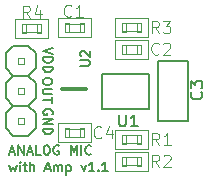
<source format=gto>
G04 #@! TF.GenerationSoftware,KiCad,Pcbnew,(5.0.2)-1*
G04 #@! TF.CreationDate,2019-02-23T10:33:44+09:00*
G04 #@! TF.ProjectId,SPU0410LR5H,53505530-3431-4304-9c52-35482e6b6963,v1.1*
G04 #@! TF.SameCoordinates,Original*
G04 #@! TF.FileFunction,Legend,Top*
G04 #@! TF.FilePolarity,Positive*
%FSLAX46Y46*%
G04 Gerber Fmt 4.6, Leading zero omitted, Abs format (unit mm)*
G04 Created by KiCad (PCBNEW (5.0.2)-1) date 2019/02/23 10:33:44*
%MOMM*%
%LPD*%
G01*
G04 APERTURE LIST*
%ADD10C,0.200000*%
%ADD11C,0.066040*%
%ADD12C,0.152400*%
%ADD13C,0.150000*%
%ADD14C,0.101600*%
%ADD15C,0.180000*%
%ADD16C,0.350000*%
%ADD17C,0.076200*%
G04 APERTURE END LIST*
D10*
X144570000Y-113440476D02*
X144608095Y-113364285D01*
X144608095Y-113250000D01*
X144570000Y-113135714D01*
X144493809Y-113059523D01*
X144417619Y-113021428D01*
X144265238Y-112983333D01*
X144150952Y-112983333D01*
X143998571Y-113021428D01*
X143922380Y-113059523D01*
X143846190Y-113135714D01*
X143808095Y-113250000D01*
X143808095Y-113326190D01*
X143846190Y-113440476D01*
X143884285Y-113478571D01*
X144150952Y-113478571D01*
X144150952Y-113326190D01*
X143808095Y-113821428D02*
X144608095Y-113821428D01*
X143808095Y-114278571D01*
X144608095Y-114278571D01*
X143808095Y-114659523D02*
X144608095Y-114659523D01*
X144608095Y-114850000D01*
X144570000Y-114964285D01*
X144493809Y-115040476D01*
X144417619Y-115078571D01*
X144265238Y-115116666D01*
X144150952Y-115116666D01*
X143998571Y-115078571D01*
X143922380Y-115040476D01*
X143846190Y-114964285D01*
X143808095Y-114850000D01*
X143808095Y-114659523D01*
X144578095Y-110570000D02*
X144578095Y-110722380D01*
X144540000Y-110798571D01*
X144463809Y-110874761D01*
X144311428Y-110912857D01*
X144044761Y-110912857D01*
X143892380Y-110874761D01*
X143816190Y-110798571D01*
X143778095Y-110722380D01*
X143778095Y-110570000D01*
X143816190Y-110493809D01*
X143892380Y-110417619D01*
X144044761Y-110379523D01*
X144311428Y-110379523D01*
X144463809Y-110417619D01*
X144540000Y-110493809D01*
X144578095Y-110570000D01*
X144578095Y-111255714D02*
X143930476Y-111255714D01*
X143854285Y-111293809D01*
X143816190Y-111331904D01*
X143778095Y-111408095D01*
X143778095Y-111560476D01*
X143816190Y-111636666D01*
X143854285Y-111674761D01*
X143930476Y-111712857D01*
X144578095Y-111712857D01*
X144578095Y-111979523D02*
X144578095Y-112436666D01*
X143778095Y-112208095D02*
X144578095Y-112208095D01*
X144608095Y-107813333D02*
X143808095Y-108080000D01*
X144608095Y-108346666D01*
X143808095Y-108613333D02*
X144608095Y-108613333D01*
X144608095Y-108803809D01*
X144570000Y-108918095D01*
X144493809Y-108994285D01*
X144417619Y-109032380D01*
X144265238Y-109070476D01*
X144150952Y-109070476D01*
X143998571Y-109032380D01*
X143922380Y-108994285D01*
X143846190Y-108918095D01*
X143808095Y-108803809D01*
X143808095Y-108613333D01*
X143808095Y-109413333D02*
X144608095Y-109413333D01*
X144608095Y-109603809D01*
X144570000Y-109718095D01*
X144493809Y-109794285D01*
X144417619Y-109832380D01*
X144265238Y-109870476D01*
X144150952Y-109870476D01*
X143998571Y-109832380D01*
X143922380Y-109794285D01*
X143846190Y-109718095D01*
X143808095Y-109603809D01*
X143808095Y-109413333D01*
X140982380Y-116633333D02*
X141363333Y-116633333D01*
X140906190Y-116861904D02*
X141172857Y-116061904D01*
X141439523Y-116861904D01*
X141706190Y-116861904D02*
X141706190Y-116061904D01*
X142163333Y-116861904D01*
X142163333Y-116061904D01*
X142506190Y-116633333D02*
X142887142Y-116633333D01*
X142430000Y-116861904D02*
X142696666Y-116061904D01*
X142963333Y-116861904D01*
X143610952Y-116861904D02*
X143230000Y-116861904D01*
X143230000Y-116061904D01*
X144030000Y-116061904D02*
X144182380Y-116061904D01*
X144258571Y-116100000D01*
X144334761Y-116176190D01*
X144372857Y-116328571D01*
X144372857Y-116595238D01*
X144334761Y-116747619D01*
X144258571Y-116823809D01*
X144182380Y-116861904D01*
X144030000Y-116861904D01*
X143953809Y-116823809D01*
X143877619Y-116747619D01*
X143839523Y-116595238D01*
X143839523Y-116328571D01*
X143877619Y-116176190D01*
X143953809Y-116100000D01*
X144030000Y-116061904D01*
X145134761Y-116100000D02*
X145058571Y-116061904D01*
X144944285Y-116061904D01*
X144830000Y-116100000D01*
X144753809Y-116176190D01*
X144715714Y-116252380D01*
X144677619Y-116404761D01*
X144677619Y-116519047D01*
X144715714Y-116671428D01*
X144753809Y-116747619D01*
X144830000Y-116823809D01*
X144944285Y-116861904D01*
X145020476Y-116861904D01*
X145134761Y-116823809D01*
X145172857Y-116785714D01*
X145172857Y-116519047D01*
X145020476Y-116519047D01*
X146125238Y-116861904D02*
X146125238Y-116061904D01*
X146391904Y-116633333D01*
X146658571Y-116061904D01*
X146658571Y-116861904D01*
X147039523Y-116861904D02*
X147039523Y-116061904D01*
X147877619Y-116785714D02*
X147839523Y-116823809D01*
X147725238Y-116861904D01*
X147649047Y-116861904D01*
X147534761Y-116823809D01*
X147458571Y-116747619D01*
X147420476Y-116671428D01*
X147382380Y-116519047D01*
X147382380Y-116404761D01*
X147420476Y-116252380D01*
X147458571Y-116176190D01*
X147534761Y-116100000D01*
X147649047Y-116061904D01*
X147725238Y-116061904D01*
X147839523Y-116100000D01*
X147877619Y-116138095D01*
X140944285Y-117728571D02*
X141096666Y-118261904D01*
X141249047Y-117880952D01*
X141401428Y-118261904D01*
X141553809Y-117728571D01*
X141858571Y-118261904D02*
X141858571Y-117728571D01*
X141858571Y-117461904D02*
X141820476Y-117500000D01*
X141858571Y-117538095D01*
X141896666Y-117500000D01*
X141858571Y-117461904D01*
X141858571Y-117538095D01*
X142125238Y-117728571D02*
X142430000Y-117728571D01*
X142239523Y-117461904D02*
X142239523Y-118147619D01*
X142277619Y-118223809D01*
X142353809Y-118261904D01*
X142430000Y-118261904D01*
X142696666Y-118261904D02*
X142696666Y-117461904D01*
X143039523Y-118261904D02*
X143039523Y-117842857D01*
X143001428Y-117766666D01*
X142925238Y-117728571D01*
X142810952Y-117728571D01*
X142734761Y-117766666D01*
X142696666Y-117804761D01*
X143991904Y-118033333D02*
X144372857Y-118033333D01*
X143915714Y-118261904D02*
X144182380Y-117461904D01*
X144449047Y-118261904D01*
X144715714Y-118261904D02*
X144715714Y-117728571D01*
X144715714Y-117804761D02*
X144753809Y-117766666D01*
X144830000Y-117728571D01*
X144944285Y-117728571D01*
X145020476Y-117766666D01*
X145058571Y-117842857D01*
X145058571Y-118261904D01*
X145058571Y-117842857D02*
X145096666Y-117766666D01*
X145172857Y-117728571D01*
X145287142Y-117728571D01*
X145363333Y-117766666D01*
X145401428Y-117842857D01*
X145401428Y-118261904D01*
X145782380Y-117728571D02*
X145782380Y-118528571D01*
X145782380Y-117766666D02*
X145858571Y-117728571D01*
X146010952Y-117728571D01*
X146087142Y-117766666D01*
X146125238Y-117804761D01*
X146163333Y-117880952D01*
X146163333Y-118109523D01*
X146125238Y-118185714D01*
X146087142Y-118223809D01*
X146010952Y-118261904D01*
X145858571Y-118261904D01*
X145782380Y-118223809D01*
X147039523Y-117728571D02*
X147230000Y-118261904D01*
X147420476Y-117728571D01*
X148144285Y-118261904D02*
X147687142Y-118261904D01*
X147915714Y-118261904D02*
X147915714Y-117461904D01*
X147839523Y-117576190D01*
X147763333Y-117652380D01*
X147687142Y-117690476D01*
X148487142Y-118185714D02*
X148525238Y-118223809D01*
X148487142Y-118261904D01*
X148449047Y-118223809D01*
X148487142Y-118185714D01*
X148487142Y-118261904D01*
X149287142Y-118261904D02*
X148830000Y-118261904D01*
X149058571Y-118261904D02*
X149058571Y-117461904D01*
X148982380Y-117576190D01*
X148906190Y-117652380D01*
X148830000Y-117690476D01*
D11*
G04 #@! TO.C,P1*
X141666000Y-111166000D02*
X141666000Y-111674000D01*
X141666000Y-111674000D02*
X142174000Y-111674000D01*
X142174000Y-111166000D02*
X142174000Y-111674000D01*
X141666000Y-111166000D02*
X142174000Y-111166000D01*
X141666000Y-108626000D02*
X141666000Y-109134000D01*
X141666000Y-109134000D02*
X142174000Y-109134000D01*
X142174000Y-108626000D02*
X142174000Y-109134000D01*
X141666000Y-108626000D02*
X142174000Y-108626000D01*
X141666000Y-113706000D02*
X141666000Y-114214000D01*
X141666000Y-114214000D02*
X142174000Y-114214000D01*
X142174000Y-113706000D02*
X142174000Y-114214000D01*
X141666000Y-113706000D02*
X142174000Y-113706000D01*
D12*
X143190000Y-108245000D02*
X143190000Y-109515000D01*
X143190000Y-109515000D02*
X142555000Y-110150000D01*
X142555000Y-110150000D02*
X141285000Y-110150000D01*
X141285000Y-110150000D02*
X140650000Y-109515000D01*
X142555000Y-110150000D02*
X143190000Y-110785000D01*
X143190000Y-110785000D02*
X143190000Y-112055000D01*
X143190000Y-112055000D02*
X142555000Y-112690000D01*
X142555000Y-112690000D02*
X141285000Y-112690000D01*
X141285000Y-112690000D02*
X140650000Y-112055000D01*
X140650000Y-112055000D02*
X140650000Y-110785000D01*
X140650000Y-110785000D02*
X141285000Y-110150000D01*
X142555000Y-107610000D02*
X141285000Y-107610000D01*
X143190000Y-108245000D02*
X142555000Y-107610000D01*
X141285000Y-107610000D02*
X140650000Y-108245000D01*
X140650000Y-109515000D02*
X140650000Y-108245000D01*
X142555000Y-112690000D02*
X143190000Y-113325000D01*
X143190000Y-113325000D02*
X143190000Y-114595000D01*
X143190000Y-114595000D02*
X142555000Y-115230000D01*
X142555000Y-115230000D02*
X141285000Y-115230000D01*
X141285000Y-115230000D02*
X140650000Y-114595000D01*
X140650000Y-114595000D02*
X140650000Y-113325000D01*
X140650000Y-113325000D02*
X141285000Y-112690000D01*
D13*
G04 #@! TO.C,U1*
X152750000Y-110000000D02*
X152750000Y-113000000D01*
X152750000Y-113000000D02*
X148750000Y-113000000D01*
X148750000Y-113000000D02*
X148750000Y-110000000D01*
X148750000Y-110000000D02*
X152750000Y-110000000D01*
D14*
G04 #@! TO.C,C2*
X150540100Y-107592020D02*
X151987900Y-107592020D01*
X151987900Y-108287980D02*
X150540100Y-108287980D01*
D11*
X152663540Y-107142440D02*
X152663540Y-108737560D01*
X152663540Y-108737560D02*
X149864460Y-108737560D01*
X149864460Y-107142440D02*
X149864460Y-108737560D01*
X152663540Y-107142440D02*
X149864460Y-107142440D01*
X150814420Y-107541220D02*
X150814420Y-108338780D01*
X150814420Y-108338780D02*
X150466440Y-108338780D01*
X150466440Y-107541220D02*
X150466440Y-108338780D01*
X150814420Y-107541220D02*
X150466440Y-107541220D01*
X152061560Y-107541220D02*
X152061560Y-108338780D01*
X152061560Y-108338780D02*
X151713580Y-108338780D01*
X151713580Y-107541220D02*
X151713580Y-108338780D01*
X152061560Y-107541220D02*
X151713580Y-107541220D01*
D15*
G04 #@! TO.C,C3*
X156030000Y-114000000D02*
X156030000Y-108920000D01*
X156030000Y-108920000D02*
X153490000Y-108920000D01*
X153490000Y-108920000D02*
X153490000Y-114000000D01*
X153490000Y-114000000D02*
X156030000Y-114000000D01*
D14*
G04 #@! TO.C,C4*
X145750100Y-114642020D02*
X147197900Y-114642020D01*
X147197900Y-115337980D02*
X145750100Y-115337980D01*
D11*
X147873540Y-114192440D02*
X147873540Y-115787560D01*
X147873540Y-115787560D02*
X145074460Y-115787560D01*
X145074460Y-114192440D02*
X145074460Y-115787560D01*
X147873540Y-114192440D02*
X145074460Y-114192440D01*
X146024420Y-114591220D02*
X146024420Y-115388780D01*
X146024420Y-115388780D02*
X145676440Y-115388780D01*
X145676440Y-114591220D02*
X145676440Y-115388780D01*
X146024420Y-114591220D02*
X145676440Y-114591220D01*
X147271560Y-114591220D02*
X147271560Y-115388780D01*
X147271560Y-115388780D02*
X146923580Y-115388780D01*
X146923580Y-114591220D02*
X146923580Y-115388780D01*
X147271560Y-114591220D02*
X146923580Y-114591220D01*
G04 #@! TO.C,R1*
X150496440Y-115938780D02*
X150844420Y-115938780D01*
X150844420Y-115938780D02*
X150844420Y-115141220D01*
X150496440Y-115141220D02*
X150844420Y-115141220D01*
X150496440Y-115938780D02*
X150496440Y-115141220D01*
X151743580Y-115938780D02*
X152091560Y-115938780D01*
X152091560Y-115938780D02*
X152091560Y-115141220D01*
X151743580Y-115141220D02*
X152091560Y-115141220D01*
X151743580Y-115938780D02*
X151743580Y-115141220D01*
X149894460Y-116337560D02*
X152693540Y-116337560D01*
X152693540Y-116337560D02*
X152693540Y-114742440D01*
X149894460Y-114742440D02*
X152693540Y-114742440D01*
X149894460Y-116337560D02*
X149894460Y-114742440D01*
D14*
X150570100Y-115192020D02*
X152017900Y-115192020D01*
X152017900Y-115887980D02*
X150570100Y-115887980D01*
G04 #@! TO.C,R2*
X150572100Y-117062020D02*
X152019900Y-117062020D01*
X152019900Y-117757980D02*
X150572100Y-117757980D01*
D11*
X152695540Y-116612440D02*
X152695540Y-118207560D01*
X152695540Y-118207560D02*
X149896460Y-118207560D01*
X149896460Y-116612440D02*
X149896460Y-118207560D01*
X152695540Y-116612440D02*
X149896460Y-116612440D01*
X150846420Y-117011220D02*
X150846420Y-117808780D01*
X150846420Y-117808780D02*
X150498440Y-117808780D01*
X150498440Y-117011220D02*
X150498440Y-117808780D01*
X150846420Y-117011220D02*
X150498440Y-117011220D01*
X152093560Y-117011220D02*
X152093560Y-117808780D01*
X152093560Y-117808780D02*
X151745580Y-117808780D01*
X151745580Y-117011220D02*
X151745580Y-117808780D01*
X152093560Y-117011220D02*
X151745580Y-117011220D01*
G04 #@! TO.C,R3*
X150468440Y-106468780D02*
X150816420Y-106468780D01*
X150816420Y-106468780D02*
X150816420Y-105671220D01*
X150468440Y-105671220D02*
X150816420Y-105671220D01*
X150468440Y-106468780D02*
X150468440Y-105671220D01*
X151715580Y-106468780D02*
X152063560Y-106468780D01*
X152063560Y-106468780D02*
X152063560Y-105671220D01*
X151715580Y-105671220D02*
X152063560Y-105671220D01*
X151715580Y-106468780D02*
X151715580Y-105671220D01*
X149866460Y-106867560D02*
X152665540Y-106867560D01*
X152665540Y-106867560D02*
X152665540Y-105272440D01*
X149866460Y-105272440D02*
X152665540Y-105272440D01*
X149866460Y-106867560D02*
X149866460Y-105272440D01*
D14*
X150542100Y-105722020D02*
X151989900Y-105722020D01*
X151989900Y-106417980D02*
X150542100Y-106417980D01*
D11*
G04 #@! TO.C,R4*
X142048440Y-106548780D02*
X142396420Y-106548780D01*
X142396420Y-106548780D02*
X142396420Y-105751220D01*
X142048440Y-105751220D02*
X142396420Y-105751220D01*
X142048440Y-106548780D02*
X142048440Y-105751220D01*
X143295580Y-106548780D02*
X143643560Y-106548780D01*
X143643560Y-106548780D02*
X143643560Y-105751220D01*
X143295580Y-105751220D02*
X143643560Y-105751220D01*
X143295580Y-106548780D02*
X143295580Y-105751220D01*
X141446460Y-106947560D02*
X144245540Y-106947560D01*
X144245540Y-106947560D02*
X144245540Y-105352440D01*
X141446460Y-105352440D02*
X144245540Y-105352440D01*
X141446460Y-106947560D02*
X141446460Y-105352440D01*
D14*
X142122100Y-105802020D02*
X143569900Y-105802020D01*
X143569900Y-106497980D02*
X142122100Y-106497980D01*
D11*
G04 #@! TO.C,C1*
X147241560Y-105701220D02*
X146893580Y-105701220D01*
X146893580Y-105701220D02*
X146893580Y-106498780D01*
X147241560Y-106498780D02*
X146893580Y-106498780D01*
X147241560Y-105701220D02*
X147241560Y-106498780D01*
X145994420Y-105701220D02*
X145646440Y-105701220D01*
X145646440Y-105701220D02*
X145646440Y-106498780D01*
X145994420Y-106498780D02*
X145646440Y-106498780D01*
X145994420Y-105701220D02*
X145994420Y-106498780D01*
X147843540Y-105302440D02*
X145044460Y-105302440D01*
X145044460Y-105302440D02*
X145044460Y-106897560D01*
X147843540Y-106897560D02*
X145044460Y-106897560D01*
X147843540Y-105302440D02*
X147843540Y-106897560D01*
D14*
X147167900Y-106447980D02*
X145720100Y-106447980D01*
X145720100Y-105752020D02*
X147167900Y-105752020D01*
D16*
G04 #@! TO.C,U2*
X147440000Y-111320000D02*
X145440000Y-111320000D01*
G04 #@! TO.C,U1*
D13*
X150238095Y-113452380D02*
X150238095Y-114261904D01*
X150285714Y-114357142D01*
X150333333Y-114404761D01*
X150428571Y-114452380D01*
X150619047Y-114452380D01*
X150714285Y-114404761D01*
X150761904Y-114357142D01*
X150809523Y-114261904D01*
X150809523Y-113452380D01*
X151809523Y-114452380D02*
X151238095Y-114452380D01*
X151523809Y-114452380D02*
X151523809Y-113452380D01*
X151428571Y-113595238D01*
X151333333Y-113690476D01*
X151238095Y-113738095D01*
G04 #@! TO.C,C2*
D17*
X153600906Y-108272857D02*
X153552525Y-108321238D01*
X153407382Y-108369619D01*
X153310620Y-108369619D01*
X153165478Y-108321238D01*
X153068716Y-108224476D01*
X153020335Y-108127714D01*
X152971954Y-107934190D01*
X152971954Y-107789047D01*
X153020335Y-107595523D01*
X153068716Y-107498761D01*
X153165478Y-107402000D01*
X153310620Y-107353619D01*
X153407382Y-107353619D01*
X153552525Y-107402000D01*
X153600906Y-107450380D01*
X153987954Y-107450380D02*
X154036335Y-107402000D01*
X154133097Y-107353619D01*
X154375001Y-107353619D01*
X154471763Y-107402000D01*
X154520144Y-107450380D01*
X154568525Y-107547142D01*
X154568525Y-107643904D01*
X154520144Y-107789047D01*
X153939573Y-108369619D01*
X154568525Y-108369619D01*
G04 #@! TO.C,C3*
D15*
X157197142Y-111553476D02*
X157244761Y-111601095D01*
X157292380Y-111743952D01*
X157292380Y-111839190D01*
X157244761Y-111982047D01*
X157149523Y-112077285D01*
X157054285Y-112124904D01*
X156863809Y-112172523D01*
X156720952Y-112172523D01*
X156530476Y-112124904D01*
X156435238Y-112077285D01*
X156340000Y-111982047D01*
X156292380Y-111839190D01*
X156292380Y-111743952D01*
X156340000Y-111601095D01*
X156387619Y-111553476D01*
X156292380Y-111220142D02*
X156292380Y-110601095D01*
X156673333Y-110934428D01*
X156673333Y-110791571D01*
X156720952Y-110696333D01*
X156768571Y-110648714D01*
X156863809Y-110601095D01*
X157101904Y-110601095D01*
X157197142Y-110648714D01*
X157244761Y-110696333D01*
X157292380Y-110791571D01*
X157292380Y-111077285D01*
X157244761Y-111172523D01*
X157197142Y-111220142D01*
G04 #@! TO.C,C4*
D17*
X148730666Y-115362857D02*
X148682285Y-115411238D01*
X148537142Y-115459619D01*
X148440380Y-115459619D01*
X148295238Y-115411238D01*
X148198476Y-115314476D01*
X148150095Y-115217714D01*
X148101714Y-115024190D01*
X148101714Y-114879047D01*
X148150095Y-114685523D01*
X148198476Y-114588761D01*
X148295238Y-114492000D01*
X148440380Y-114443619D01*
X148537142Y-114443619D01*
X148682285Y-114492000D01*
X148730666Y-114540380D01*
X149601523Y-114782285D02*
X149601523Y-115459619D01*
X149359619Y-114395238D02*
X149117714Y-115120952D01*
X149746666Y-115120952D01*
G04 #@! TO.C,R1*
X153630906Y-116029619D02*
X153292240Y-115545809D01*
X153050335Y-116029619D02*
X153050335Y-115013619D01*
X153437382Y-115013619D01*
X153534144Y-115062000D01*
X153582525Y-115110380D01*
X153630906Y-115207142D01*
X153630906Y-115352285D01*
X153582525Y-115449047D01*
X153534144Y-115497428D01*
X153437382Y-115545809D01*
X153050335Y-115545809D01*
X154598525Y-116029619D02*
X154017954Y-116029619D01*
X154308240Y-116029619D02*
X154308240Y-115013619D01*
X154211478Y-115158761D01*
X154114716Y-115255523D01*
X154017954Y-115303904D01*
G04 #@! TO.C,R2*
X153630426Y-117869619D02*
X153291760Y-117385809D01*
X153049855Y-117869619D02*
X153049855Y-116853619D01*
X153436902Y-116853619D01*
X153533664Y-116902000D01*
X153582045Y-116950380D01*
X153630426Y-117047142D01*
X153630426Y-117192285D01*
X153582045Y-117289047D01*
X153533664Y-117337428D01*
X153436902Y-117385809D01*
X153049855Y-117385809D01*
X154017474Y-116950380D02*
X154065855Y-116902000D01*
X154162617Y-116853619D01*
X154404521Y-116853619D01*
X154501283Y-116902000D01*
X154549664Y-116950380D01*
X154598045Y-117047142D01*
X154598045Y-117143904D01*
X154549664Y-117289047D01*
X153969093Y-117869619D01*
X154598045Y-117869619D01*
G04 #@! TO.C,R3*
X153620426Y-106559619D02*
X153281760Y-106075809D01*
X153039855Y-106559619D02*
X153039855Y-105543619D01*
X153426902Y-105543619D01*
X153523664Y-105592000D01*
X153572045Y-105640380D01*
X153620426Y-105737142D01*
X153620426Y-105882285D01*
X153572045Y-105979047D01*
X153523664Y-106027428D01*
X153426902Y-106075809D01*
X153039855Y-106075809D01*
X153959093Y-105543619D02*
X154588045Y-105543619D01*
X154249379Y-105930666D01*
X154394521Y-105930666D01*
X154491283Y-105979047D01*
X154539664Y-106027428D01*
X154588045Y-106124190D01*
X154588045Y-106366095D01*
X154539664Y-106462857D01*
X154491283Y-106511238D01*
X154394521Y-106559619D01*
X154104236Y-106559619D01*
X154007474Y-106511238D01*
X153959093Y-106462857D01*
G04 #@! TO.C,R4*
X142690426Y-105239619D02*
X142351760Y-104755809D01*
X142109855Y-105239619D02*
X142109855Y-104223619D01*
X142496902Y-104223619D01*
X142593664Y-104272000D01*
X142642045Y-104320380D01*
X142690426Y-104417142D01*
X142690426Y-104562285D01*
X142642045Y-104659047D01*
X142593664Y-104707428D01*
X142496902Y-104755809D01*
X142109855Y-104755809D01*
X143561283Y-104562285D02*
X143561283Y-105239619D01*
X143319379Y-104175238D02*
X143077474Y-104900952D01*
X143706426Y-104900952D01*
G04 #@! TO.C,C1*
X146190906Y-105082857D02*
X146142525Y-105131238D01*
X145997382Y-105179619D01*
X145900620Y-105179619D01*
X145755478Y-105131238D01*
X145658716Y-105034476D01*
X145610335Y-104937714D01*
X145561954Y-104744190D01*
X145561954Y-104599047D01*
X145610335Y-104405523D01*
X145658716Y-104308761D01*
X145755478Y-104212000D01*
X145900620Y-104163619D01*
X145997382Y-104163619D01*
X146142525Y-104212000D01*
X146190906Y-104260380D01*
X147158525Y-105179619D02*
X146577954Y-105179619D01*
X146868240Y-105179619D02*
X146868240Y-104163619D01*
X146771478Y-104308761D01*
X146674716Y-104405523D01*
X146577954Y-104453904D01*
G04 #@! TO.C,U2*
D13*
X146961904Y-109309523D02*
X147609523Y-109309523D01*
X147685714Y-109271428D01*
X147723809Y-109233333D01*
X147761904Y-109157142D01*
X147761904Y-109004761D01*
X147723809Y-108928571D01*
X147685714Y-108890476D01*
X147609523Y-108852380D01*
X146961904Y-108852380D01*
X147038095Y-108509523D02*
X147000000Y-108471428D01*
X146961904Y-108395238D01*
X146961904Y-108204761D01*
X147000000Y-108128571D01*
X147038095Y-108090476D01*
X147114285Y-108052380D01*
X147190476Y-108052380D01*
X147304761Y-108090476D01*
X147761904Y-108547619D01*
X147761904Y-108052380D01*
G04 #@! TD*
M02*

</source>
